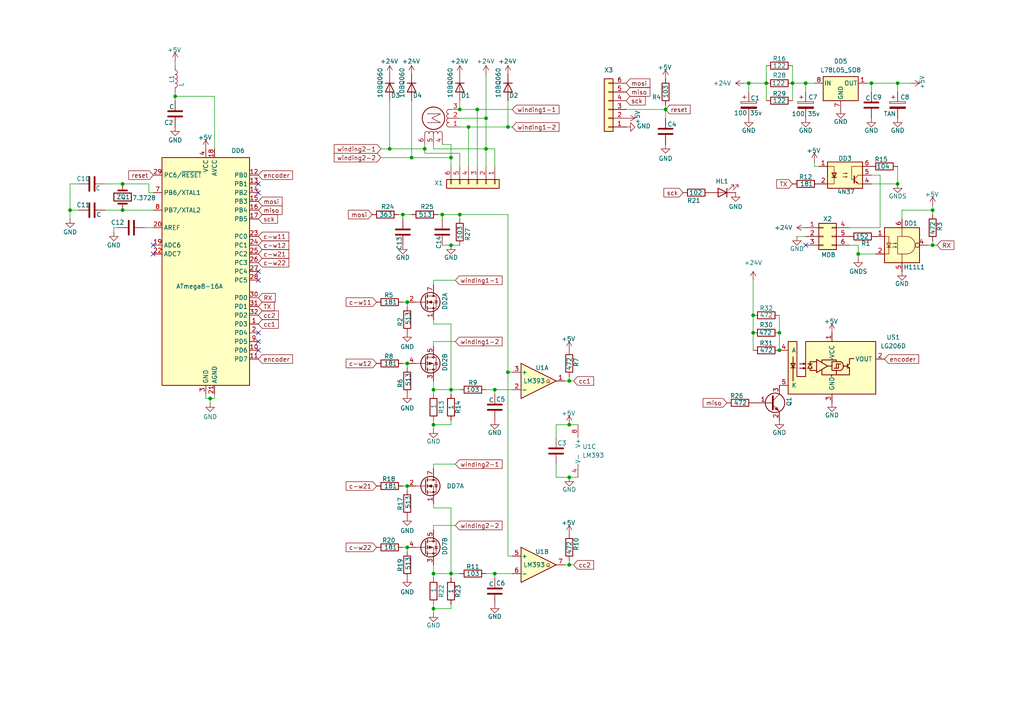
<source format=kicad_sch>
(kicad_sch (version 20231120) (generator "eeschema") (generator_version "8.0")
  (paper "A4")
  (lib_symbols
    (symbol "Comparator:LM393" (pin_names (offset 0.127))
      (property "Reference" "U" (at 3.81 3.81 0))
      (property "Value" "LM393" (at 6.35 -3.81 0))
      (symbol "LM393_1_1"
        (pin open_collector line (at 7.62 0 180) (length 2.54) (name "~") (number "1"))
        (pin input line (at -7.62 -2.54 0) (length 2.54) (name "-") (number "2"))
        (pin input line (at -7.62 2.54 0) (length 2.54) (name "+") (number "3"))
      )
      (symbol "LM393_2_1"
        (pin input line (at -7.62 2.54 0) (length 2.54) (name "+") (number "5"))
        (pin input line (at -7.62 -2.54 0) (length 2.54) (name "-") (number "6"))
        (pin open_collector line (at 7.62 0 180) (length 2.54) (name "~") (number "7"))
      )
      (symbol "LM393_3_1"
        (pin power_in line (at -2.54 -7.62 90) (length 3.81) (name "V-") (number "4"))
        (pin power_in line (at -2.54 7.62 270) (length 3.81) (name "V+") (number "8"))
      )
    )
    (symbol "Connector_Generic:Conn_01x06" (pin_names (offset 1.016) hide)
      (property "Reference" "J" (at 0 7.62 0))
      (property "Value" "Conn_01x06" (at 0 -10.16 0))
      (symbol "Conn_01x06_1_1"
        (pin passive line (at -5.08 5.08 0) (length 3.81) (name "Pin_1") (number "1"))
        (pin passive line (at -5.08 2.54 0) (length 3.81) (name "Pin_2") (number "2"))
        (pin passive line (at -5.08 0 0) (length 3.81) (name "Pin_3") (number "3"))
        (pin passive line (at -5.08 -2.54 0) (length 3.81) (name "Pin_4") (number "4"))
        (pin passive line (at -5.08 -5.08 0) (length 3.81) (name "Pin_5") (number "5"))
        (pin passive line (at -5.08 -7.62 0) (length 3.81) (name "Pin_6") (number "6"))
      )
    )
    (symbol "Connector_Generic:Conn_02x03_Top_Bottom" (pin_names (offset 1.016) hide)
      (property "Reference" "X2" (at 1.27 5.08 0))
      (property "Value" "MDB" (at 1.524 -5.334 0))
      (symbol "Conn_02x03_Top_Bottom_1_1"
        (pin power_out line (at -5.08 2.54 0) (length 3.81) (name "Pin_1") (number "1"))
        (pin power_out line (at -5.08 0 0) (length 3.81) (name "Pin_2") (number "2"))
        (pin passive line (at -5.08 -2.54 0) (length 3.81) (name "Pin_3") (number "3"))
        (pin passive line (at 7.62 2.54 180) (length 3.81) (name "Pin_4") (number "4"))
        (pin passive line (at 7.62 0 180) (length 3.81) (name "Pin_5") (number "5"))
        (pin power_out line (at 7.62 -2.54 180) (length 3.81) (name "Pin_6") (number "6"))
      )
    )
    (symbol "Device:C" (pin_numbers hide) (pin_names (offset 0.254))
      (property "Reference" "C" (at 0.635 2.54 0))
      (property "Value" "C" (at 0.635 -2.54 0))
      (symbol "C_1_1"
        (pin passive line (at 0 3.81 270) (length 2.794) (name "~") (number "1"))
        (pin passive line (at 0 -3.81 90) (length 2.794) (name "~") (number "2"))
      )
    )
    (symbol "Device:C_Polarized" (pin_numbers hide) (pin_names (offset 0.254))
      (property "Reference" "C" (at 0.635 2.54 0))
      (property "Value" "C_Polarized" (at 0.635 -2.54 0))
      (symbol "C_Polarized_1_1"
        (pin passive line (at 0 3.81 270) (length 2.794) (name "~") (number "1"))
        (pin passive line (at 0 -3.81 90) (length 2.794) (name "~") (number "2"))
      )
    )
    (symbol "Device:Crystal" (pin_numbers hide) (pin_names (offset 1.016) hide)
      (property "Reference" "Y" (at 0 3.81 0))
      (property "Value" "Crystal" (at 0 -3.81 0))
      (symbol "Crystal_1_1"
        (pin passive line (at -3.81 0 0) (length 1.27) (name "1") (number "1"))
        (pin passive line (at 3.81 0 180) (length 1.27) (name "2") (number "2"))
      )
    )
    (symbol "Device:D" (pin_numbers hide) (pin_names (offset 1.016) hide)
      (property "Reference" "D" (at 0 2.54 0))
      (property "Value" "D" (at 0 -2.54 0))
      (symbol "D_1_1"
        (pin passive line (at -3.81 0 0) (length 2.54) (name "K") (number "1"))
        (pin passive line (at 3.81 0 180) (length 2.54) (name "A") (number "2"))
      )
    )
    (symbol "Device:L" (pin_numbers hide) (pin_names (offset 1.016) hide)
      (property "Reference" "L" (at -1.27 0 90))
      (property "Value" "L" (at 1.905 0 90))
      (symbol "L_1_1"
        (pin passive line (at 0 3.81 270) (length 1.27) (name "1") (number "1"))
        (pin passive line (at 0 -3.81 90) (length 1.27) (name "2") (number "2"))
      )
    )
    (symbol "Device:LED" (pin_numbers hide) (pin_names (offset 1.016) hide)
      (property "Reference" "D" (at 0 2.54 0))
      (property "Value" "LED" (at 0 -2.54 0))
      (symbol "LED_1_1"
        (pin passive line (at -3.81 0 0) (length 2.54) (name "K") (number "1"))
        (pin passive line (at 3.81 0 180) (length 2.54) (name "A") (number "2"))
      )
    )
    (symbol "Device:Q_NPN_BEC" (pin_names (offset 0) hide)
      (property "Reference" "Q" (at 5.08 1.27 0))
      (property "Value" "Q_NPN_BEC" (at 5.08 -1.27 0))
      (symbol "Q_NPN_BEC_1_1"
        (pin input line (at -5.08 0 0) (length 5.715) (name "B") (number "1"))
        (pin passive line (at 2.54 -5.08 90) (length 2.54) (name "E") (number "2"))
        (pin passive line (at 2.54 5.08 270) (length 2.54) (name "C") (number "3"))
      )
    )
    (symbol "Device:R" (pin_numbers hide) (pin_names (offset 0))
      (property "Reference" "R" (at 2.032 0 90))
      (property "Value" "R" (at 0 0 90))
      (symbol "R_1_1"
        (pin passive line (at 0 3.81 270) (length 1.27) (name "~") (number "1"))
        (pin passive line (at 0 -3.81 90) (length 1.27) (name "~") (number "2"))
      )
    )
    (symbol "Isolator:4N37" (pin_names (offset 1.016))
      (property "Reference" "U" (at -5.08 5.08 0))
      (property "Value" "4N37" (at 0 5.08 0))
      (symbol "4N37_1_1"
        (pin passive line (at -7.62 2.54 0) (length 2.54) (name "~") (number "1"))
        (pin passive line (at -7.62 -2.54 0) (length 2.54) (name "~") (number "2"))
        (pin no_connect line (at -5.08 0 0) (length 2.54) hide (name "NC") (number "3"))
        (pin passive line (at 7.62 -2.54 180) (length 2.54) (name "~") (number "4"))
        (pin passive line (at 7.62 0 180) (length 2.54) (name "~") (number "5"))
        (pin passive line (at 7.62 2.54 180) (length 2.54) (name "~") (number "6"))
      )
    )
    (symbol "Isolator:H11L1" (pin_names (offset 1.016))
      (property "Reference" "U" (at 1.27 8.89 0))
      (property "Value" "H11L1" (at 1.27 6.35 0))
      (symbol "H11L1_1_1"
        (pin passive line (at -7.62 2.54 0) (length 2.54) (name "~") (number "1"))
        (pin passive line (at -7.62 -2.54 0) (length 2.54) (name "~") (number "2"))
        (pin no_connect line (at -5.08 0 0) (length 2.54) hide (name "~") (number "3"))
        (pin output inverted (at 7.62 0 180) (length 3.81) (name "~") (number "4"))
        (pin power_in line (at 0 -7.62 90) (length 2.54) (name "~") (number "5"))
        (pin power_in line (at 0 7.62 270) (length 2.54) (name "~") (number "6"))
      )
    )
    (symbol "MCU_Microchip_ATmega:ATmega8-16A"
      (property "Reference" "U" (at -12.7 34.29 0))
      (property "Value" "ATmega8-16A" (at 5.08 -34.29 0))
      (symbol "ATmega8-16A_1_1"
        (pin bidirectional line (at 15.24 -15.24 180) (length 2.54) (name "PD3") (number "1"))
        (pin bidirectional line (at 15.24 -22.86 180) (length 2.54) (name "PD6") (number "10"))
        (pin bidirectional line (at 15.24 -25.4 180) (length 2.54) (name "PD7") (number "11"))
        (pin bidirectional line (at 15.24 27.94 180) (length 2.54) (name "PB0") (number "12"))
        (pin bidirectional line (at 15.24 25.4 180) (length 2.54) (name "PB1") (number "13"))
        (pin bidirectional line (at 15.24 22.86 180) (length 2.54) (name "PB2") (number "14"))
        (pin bidirectional line (at 15.24 20.32 180) (length 2.54) (name "PB3") (number "15"))
        (pin bidirectional line (at 15.24 17.78 180) (length 2.54) (name "PB4") (number "16"))
        (pin bidirectional line (at 15.24 15.24 180) (length 2.54) (name "PB5") (number "17"))
        (pin power_in line (at 2.54 35.56 270) (length 2.54) (name "AVCC") (number "18"))
        (pin input line (at -15.24 7.62 0) (length 2.54) (name "ADC6") (number "19"))
        (pin bidirectional line (at 15.24 -17.78 180) (length 2.54) (name "PD4") (number "2"))
        (pin passive line (at -15.24 12.7 0) (length 2.54) (name "AREF") (number "20"))
        (pin power_in line (at 2.54 -35.56 90) (length 2.54) (name "AGND") (number "21"))
        (pin input line (at -15.24 5.08 0) (length 2.54) (name "ADC7") (number "22"))
        (pin bidirectional line (at 15.24 10.16 180) (length 2.54) (name "PC0") (number "23"))
        (pin bidirectional line (at 15.24 7.62 180) (length 2.54) (name "PC1") (number "24"))
        (pin bidirectional line (at 15.24 5.08 180) (length 2.54) (name "PC2") (number "25"))
        (pin bidirectional line (at 15.24 2.54 180) (length 2.54) (name "PC3") (number "26"))
        (pin bidirectional line (at 15.24 0 180) (length 2.54) (name "PC4") (number "27"))
        (pin bidirectional line (at 15.24 -2.54 180) (length 2.54) (name "PC5") (number "28"))
        (pin bidirectional line (at -15.24 27.94 0) (length 2.54) (name "PC6/~{RESET}") (number "29"))
        (pin power_in line (at 0 -35.56 90) (length 2.54) (name "GND") (number "3"))
        (pin bidirectional line (at 15.24 -7.62 180) (length 2.54) (name "PD0") (number "30"))
        (pin bidirectional line (at 15.24 -10.16 180) (length 2.54) (name "PD1") (number "31"))
        (pin bidirectional line (at 15.24 -12.7 180) (length 2.54) (name "PD2") (number "32"))
        (pin power_in line (at 0 35.56 270) (length 2.54) (name "VCC") (number "4"))
        (pin passive line (at 0 -35.56 90) (length 2.54) hide (name "GND") (number "5"))
        (pin passive line (at 0 35.56 270) (length 2.54) hide (name "VCC") (number "6"))
        (pin bidirectional line (at -15.24 22.86 0) (length 2.54) (name "PB6/XTAL1") (number "7"))
        (pin bidirectional line (at -15.24 17.78 0) (length 2.54) (name "PB7/XTAL2") (number "8"))
        (pin bidirectional line (at 15.24 -20.32 180) (length 2.54) (name "PD5") (number "9"))
      )
    )
    (symbol "Motor:Stepper_Motor_unipolar_6pin" (pin_names (offset 0) hide)
      (property "Reference" "M" (at 3.81 2.54 0))
      (property "Value" "Stepper_Motor_unipolar_6pin" (at 3.81 1.27 0))
      (symbol "Stepper_Motor_unipolar_6pin_1_1"
        (pin passive line (at -2.54 7.62 270) (length 2.54) (name "~") (number "1"))
        (pin passive line (at 0 7.62 270) (length 2.54) (name "~") (number "2"))
        (pin passive line (at 2.54 7.62 270) (length 2.54) (name "-") (number "3"))
        (pin passive line (at -7.62 2.54 0) (length 2.54) (name "~") (number "4"))
        (pin passive line (at -7.62 0 0) (length 2.54) (name "~") (number "5"))
        (pin passive line (at -7.62 -2.54 0) (length 2.54) (name "~") (number "6"))
      )
    )
    (symbol "Regulator_Linear:L78L05_SO8" (pin_names (offset 0.254))
      (property "Reference" "U" (at -3.81 3.175 0))
      (property "Value" "L78L05_SO8" (at 0 3.175 0))
      (symbol "L78L05_SO8_1_1"
        (pin power_out line (at 7.62 0 180) (length 2.54) (name "OUT") (number "1"))
        (pin passive line (at 0 -7.62 90) (length 2.54) hide (name "GND") (number "2"))
        (pin passive line (at 0 -7.62 90) (length 2.54) hide (name "GND") (number "3"))
        (pin no_connect line (at -5.08 -2.54 0) (length 2.54) hide (name "NC") (number "4"))
        (pin no_connect line (at 5.08 -2.54 180) (length 2.54) hide (name "NC") (number "5"))
        (pin passive line (at 0 -7.62 90) (length 2.54) hide (name "GND") (number "6"))
        (pin power_in line (at 0 -7.62 90) (length 2.54) (name "GND") (number "7"))
        (pin power_in line (at -7.62 0 0) (length 2.54) (name "IN") (number "8"))
      )
    )
    (symbol "Sensor_Proximity:LG206D" (pin_names (offset 1.016))
      (property "Reference" "U" (at -11.43 8.89 0))
      (property "Value" "LG206D" (at 3.556 8.89 0))
      (symbol "LG206D_1_1"
        (pin power_in line (at 0 10.16 270) (length 2.54) (name "VCC") (number "1"))
        (pin open_collector line (at 15.24 2.54 180) (length 2.54) (name "VOUT") (number "2"))
        (pin power_in line (at 0 -10.16 90) (length 2.54) (name "GND") (number "3"))
        (pin passive line (at -15.24 5.08 0) (length 2.54) (name "A") (number "4"))
        (pin passive line (at -15.24 -5.08 0) (length 2.54) (name "K") (number "5"))
      )
    )
    (symbol "Transistor_FET:IRF7343PBF" (pin_names hide)
      (property "Reference" "Q" (at 5.08 1.905 0))
      (property "Value" "IRF7343PBF" (at 5.08 0 0))
      (symbol "IRF7343PBF_1_1"
        (pin passive line (at 2.54 -5.08 90) (length 2.54) (name "S") (number "1"))
        (pin input line (at -5.08 0 0) (length 2.54) (name "G") (number "2"))
        (pin passive line (at 2.54 5.08 270) (length 2.54) (name "D") (number "7"))
        (pin passive line (at 2.54 5.08 270) (length 2.54) hide (name "D") (number "8"))
      )
      (symbol "IRF7343PBF_2_1"
        (pin passive line (at 2.54 -5.08 90) (length 2.54) (name "1") (number "3"))
        (pin input line (at -5.08 0 0) (length 2.54) (name "G") (number "4"))
        (pin passive line (at 2.54 5.08 270) (length 2.54) (name "D") (number "5"))
        (pin passive line (at 2.54 5.08 270) (length 2.54) hide (name "D") (number "6"))
      )
    )
    (symbol "power:+24V" (power) (pin_numbers hide) (pin_names (offset 0) hide)
      (property "Value" "+24V" (at 0 3.556 0))
      (symbol "+24V_1_1"
        (pin power_in line (at 0 0 90) (length 0) (name "~") (number "1"))
      )
    )
    (symbol "power:GND" (power) (pin_numbers hide) (pin_names (offset 0) hide)
      (property "Value" "GND" (at 0 -3.81 0))
      (symbol "GND_1_1"
        (pin power_in line (at 0 0 270) (length 0) (name "~") (number "1"))
      )
    )
    (symbol "power:GNDS" (power) (pin_numbers hide) (pin_names (offset 0) hide)
      (property "Value" "GNDS" (at 0 -3.81 0))
      (symbol "GNDS_1_1"
        (pin power_in line (at 0 0 270) (length 0) (name "~") (number "1"))
      )
    )
    (symbol "power:VCC" (power) (pin_numbers hide) (pin_names (offset 0) hide)
      (property "Value" "VCC" (at 0 3.556 0))
      (symbol "VCC_1_1"
        (pin power_in line (at 0 0 90) (length 0) (name "~") (number "1"))
      )
    )
  )
  (junction (at 118.11 140.97))
  (junction (at 193.04 31.75))
  (junction (at 20.32 60.96))
  (junction (at 138.43 31.75))
  (junction (at 248.92 73.66))
  (junction (at 119.38 45.72))
  (junction (at 270.51 71.12))
  (junction (at 252.73 24.13))
  (junction (at 130.81 71.12))
  (junction (at 140.97 34.29))
  (junction (at 143.51 113.03))
  (junction (at 143.51 166.37))
  (junction (at 123.19 43.18))
  (junction (at 125.73 123.19))
  (junction (at 118.11 158.75))
  (junction (at 165.1 138.43))
  (junction (at 113.03 43.18))
  (junction (at 233.68 24.13))
  (junction (at 128.27 62.23))
  (junction (at 133.35 31.75))
  (junction (at 140.97 43.18))
  (junction (at 125.73 113.03))
  (junction (at 50.8 27.94))
  (junction (at 135.89 36.83))
  (junction (at 147.32 107.95))
  (junction (at 226.06 96.52))
  (junction (at 133.35 62.23))
  (junction (at 147.32 36.83))
  (junction (at 218.44 91.44))
  (junction (at 35.56 53.34))
  (junction (at 165.1 110.49))
  (junction (at 125.73 176.53))
  (junction (at 125.73 166.37))
  (junction (at 116.84 62.23))
  (junction (at 165.1 123.19))
  (junction (at 35.56 60.96))
  (junction (at 260.35 53.34))
  (junction (at 229.87 24.13))
  (junction (at 118.11 105.41))
  (junction (at 226.06 101.6))
  (junction (at 130.81 113.03))
  (junction (at 270.51 60.96))
  (junction (at 165.1 163.83))
  (junction (at 222.25 24.13))
  (junction (at 217.17 24.13))
  (junction (at 118.11 87.63))
  (junction (at 60.96 115.57))
  (junction (at 130.81 45.72))
  (junction (at 130.81 166.37))
  (junction (at 218.44 96.52))
  (junction (at 260.35 24.13))
  (no_connect (at 74.93 101.6))
  (no_connect (at 74.93 55.88))
  (no_connect (at 74.93 96.52))
  (no_connect (at 74.93 53.34))
  (no_connect (at 74.93 99.06))
  (no_connect (at 44.45 73.66))
  (no_connect (at 44.45 71.12))
  (no_connect (at 74.93 78.74))
  (no_connect (at 233.68 71.12))
  (no_connect (at 74.93 81.28))
  (wire (pts (xy 246.38 66.04) (xy 255.27 66.04)))
  (wire (pts (xy 261.62 60.96) (xy 261.62 63.5)))
  (wire (pts (xy 130.81 176.53) (xy 125.73 176.53)))
  (wire (pts (xy 43.18 53.34) (xy 35.56 53.34)))
  (wire (pts (xy 226.06 91.44) (xy 226.06 96.52)))
  (wire (pts (xy 222.25 24.13) (xy 222.25 29.21)))
  (wire (pts (xy 123.19 43.18) (xy 123.19 44.45)))
  (wire (pts (xy 260.35 48.26) (xy 260.35 53.34)))
  (wire (pts (xy 133.35 36.83) (xy 135.89 36.83)))
  (wire (pts (xy 130.81 167.64) (xy 130.81 166.37)))
  (wire (pts (xy 130.81 123.19) (xy 125.73 123.19)))
  (wire (pts (xy 138.43 31.75) (xy 138.43 48.26)))
  (wire (pts (xy 123.19 41.91) (xy 123.19 43.18)))
  (wire (pts (xy 132.08 81.28) (xy 125.73 81.28)))
  (wire (pts (xy 130.81 147.32) (xy 130.81 166.37)))
  (wire (pts (xy 60.96 115.57) (xy 60.96 116.84)))
  (wire (pts (xy 44.45 55.88) (xy 43.18 55.88)))
  (wire (pts (xy 132.08 134.62) (xy 125.73 134.62)))
  (wire (pts (xy 165.1 163.83) (xy 163.83 163.83)))
  (wire (pts (xy 130.81 114.3) (xy 130.81 113.03)))
  (wire (pts (xy 132.08 152.4) (xy 125.73 152.4)))
  (wire (pts (xy 143.51 43.18) (xy 140.97 43.18)))
  (wire (pts (xy 161.29 134.62) (xy 161.29 138.43)))
  (wire (pts (xy 33.02 66.04) (xy 33.02 67.31)))
  (wire (pts (xy 125.73 43.18) (xy 140.97 43.18)))
  (wire (pts (xy 246.38 71.12) (xy 248.92 71.12)))
  (wire (pts (xy 116.84 87.63) (xy 118.11 87.63)))
  (wire (pts (xy 20.32 60.96) (xy 20.32 63.5)))
  (wire (pts (xy 270.51 59.69) (xy 270.51 60.96)))
  (wire (pts (xy 135.89 36.83) (xy 147.32 36.83)))
  (wire (pts (xy 50.8 26.67) (xy 50.8 27.94)))
  (wire (pts (xy 252.73 24.13) (xy 260.35 24.13)))
  (wire (pts (xy 41.91 66.04) (xy 44.45 66.04)))
  (wire (pts (xy 125.73 113.03) (xy 125.73 114.3)))
  (wire (pts (xy 255.27 50.8) (xy 255.27 66.04)))
  (wire (pts (xy 166.37 163.83) (xy 165.1 163.83)))
  (wire (pts (xy 125.73 121.92) (xy 125.73 123.19)))
  (wire (pts (xy 130.81 166.37) (xy 133.35 166.37)))
  (wire (pts (xy 116.84 158.75) (xy 118.11 158.75)))
  (wire (pts (xy 130.81 175.26) (xy 130.81 176.53)))
  (wire (pts (xy 140.97 166.37) (xy 143.51 166.37)))
  (wire (pts (xy 125.73 81.28) (xy 125.73 82.55)))
  (wire (pts (xy 133.35 71.12) (xy 130.81 71.12)))
  (wire (pts (xy 264.16 24.13) (xy 260.35 24.13)))
  (wire (pts (xy 130.81 71.12) (xy 128.27 71.12)))
  (wire (pts (xy 125.73 152.4) (xy 125.73 153.67)))
  (wire (pts (xy 270.51 62.23) (xy 270.51 60.96)))
  (wire (pts (xy 115.57 62.23) (xy 116.84 62.23)))
  (wire (pts (xy 143.51 43.18) (xy 143.51 48.26)))
  (wire (pts (xy 229.87 29.21) (xy 229.87 24.13)))
  (wire (pts (xy 110.49 43.18) (xy 113.03 43.18)))
  (wire (pts (xy 125.73 93.98) (xy 130.81 93.98)))
  (wire (pts (xy 143.51 166.37) (xy 143.51 167.64)))
  (wire (pts (xy 165.1 123.19) (xy 167.64 123.19)))
  (wire (pts (xy 62.23 115.57) (xy 60.96 115.57)))
  (wire (pts (xy 233.68 24.13) (xy 233.68 26.67)))
  (wire (pts (xy 229.87 19.05) (xy 229.87 24.13)))
  (wire (pts (xy 113.03 29.21) (xy 113.03 43.18)))
  (wire (pts (xy 133.35 44.45) (xy 123.19 44.45)))
  (wire (pts (xy 119.38 45.72) (xy 130.81 45.72)))
  (wire (pts (xy 226.06 101.6) (xy 226.06 96.52)))
  (wire (pts (xy 251.46 24.13) (xy 252.73 24.13)))
  (wire (pts (xy 130.81 121.92) (xy 130.81 123.19)))
  (wire (pts (xy 237.49 48.26) (xy 236.22 48.26)))
  (wire (pts (xy 125.73 113.03) (xy 130.81 113.03)))
  (wire (pts (xy 161.29 127) (xy 161.29 123.19)))
  (wire (pts (xy 165.1 138.43) (xy 167.64 138.43)))
  (wire (pts (xy 132.08 99.06) (xy 125.73 99.06)))
  (wire (pts (xy 43.18 55.88) (xy 43.18 53.34)))
  (wire (pts (xy 125.73 110.49) (xy 125.73 113.03)))
  (wire (pts (xy 140.97 43.18) (xy 140.97 48.26)))
  (wire (pts (xy 130.81 45.72) (xy 130.81 48.26)))
  (wire (pts (xy 218.44 96.52) (xy 218.44 101.6)))
  (wire (pts (xy 248.92 71.12) (xy 248.92 73.66)))
  (wire (pts (xy 165.1 162.56) (xy 165.1 163.83)))
  (wire (pts (xy 133.35 63.5) (xy 133.35 62.23)))
  (wire (pts (xy 140.97 34.29) (xy 140.97 43.18)))
  (wire (pts (xy 125.73 123.19) (xy 125.73 124.46)))
  (wire (pts (xy 125.73 166.37) (xy 130.81 166.37)))
  (wire (pts (xy 229.87 24.13) (xy 233.68 24.13)))
  (wire (pts (xy 128.27 41.91) (xy 130.81 41.91)))
  (wire (pts (xy 147.32 62.23) (xy 147.32 107.95)))
  (wire (pts (xy 125.73 92.71) (xy 125.73 93.98)))
  (wire (pts (xy 252.73 26.67) (xy 252.73 24.13)))
  (wire (pts (xy 165.1 110.49) (xy 163.83 110.49)))
  (wire (pts (xy 130.81 113.03) (xy 133.35 113.03)))
  (wire (pts (xy 133.35 34.29) (xy 140.97 34.29)))
  (wire (pts (xy 116.84 62.23) (xy 116.84 63.5)))
  (wire (pts (xy 181.61 31.75) (xy 193.04 31.75)))
  (wire (pts (xy 125.73 146.05) (xy 125.73 147.32)))
  (wire (pts (xy 128.27 62.23) (xy 133.35 62.23)))
  (wire (pts (xy 35.56 60.96) (xy 44.45 60.96)))
  (wire (pts (xy 35.56 53.34) (xy 30.48 53.34)))
  (wire (pts (xy 135.89 36.83) (xy 135.89 48.26)))
  (wire (pts (xy 130.81 93.98) (xy 130.81 113.03)))
  (wire (pts (xy 138.43 31.75) (xy 133.35 31.75)))
  (wire (pts (xy 248.92 73.66) (xy 248.92 74.93)))
  (wire (pts (xy 125.73 41.91) (xy 125.73 43.18)))
  (wire (pts (xy 217.17 24.13) (xy 222.25 24.13)))
  (wire (pts (xy 140.97 113.03) (xy 143.51 113.03)))
  (wire (pts (xy 125.73 166.37) (xy 125.73 167.64)))
  (wire (pts (xy 215.9 24.13) (xy 217.17 24.13)))
  (wire (pts (xy 270.51 69.85) (xy 270.51 71.12)))
  (wire (pts (xy 270.51 60.96) (xy 261.62 60.96)))
  (wire (pts (xy 133.35 48.26) (xy 133.35 44.45)))
  (wire (pts (xy 143.51 113.03) (xy 148.59 113.03)))
  (wire (pts (xy 161.29 138.43) (xy 165.1 138.43)))
  (wire (pts (xy 62.23 114.3) (xy 62.23 115.57)))
  (wire (pts (xy 127 62.23) (xy 128.27 62.23)))
  (wire (pts (xy 222.25 19.05) (xy 222.25 24.13)))
  (wire (pts (xy 133.35 29.21) (xy 133.35 31.75)))
  (wire (pts (xy 125.73 175.26) (xy 125.73 176.53)))
  (wire (pts (xy 138.43 31.75) (xy 148.59 31.75)))
  (wire (pts (xy 252.73 50.8) (xy 255.27 50.8)))
  (wire (pts (xy 59.69 114.3) (xy 59.69 115.57)))
  (wire (pts (xy 147.32 29.21) (xy 147.32 36.83)))
  (wire (pts (xy 125.73 163.83) (xy 125.73 166.37)))
  (wire (pts (xy 165.1 109.22) (xy 165.1 110.49)))
  (wire (pts (xy 116.84 105.41) (xy 118.11 105.41)))
  (wire (pts (xy 270.51 71.12) (xy 271.78 71.12)))
  (wire (pts (xy 233.68 24.13) (xy 236.22 24.13)))
  (wire (pts (xy 147.32 161.29) (xy 148.59 161.29)))
  (wire (pts (xy 125.73 176.53) (xy 125.73 177.8)))
  (wire (pts (xy 148.59 107.95) (xy 147.32 107.95)))
  (wire (pts (xy 147.32 36.83) (xy 148.59 36.83)))
  (wire (pts (xy 50.8 19.05) (xy 50.8 17.78)))
  (wire (pts (xy 22.86 60.96) (xy 20.32 60.96)))
  (wire (pts (xy 59.69 115.57) (xy 60.96 115.57)))
  (wire (pts (xy 22.86 53.34) (xy 20.32 53.34)))
  (wire (pts (xy 119.38 29.21) (xy 119.38 45.72)))
  (wire (pts (xy 113.03 43.18) (xy 123.19 43.18)))
  (wire (pts (xy 34.29 66.04) (xy 33.02 66.04)))
  (wire (pts (xy 161.29 123.19) (xy 165.1 123.19)))
  (wire (pts (xy 193.04 31.75) (xy 193.04 34.29)))
  (wire (pts (xy 236.22 48.26) (xy 236.22 46.99)))
  (wire (pts (xy 118.11 105.41) (xy 118.11 106.68)))
  (wire (pts (xy 140.97 21.59) (xy 140.97 34.29)))
  (wire (pts (xy 50.8 27.94) (xy 50.8 29.21)))
  (wire (pts (xy 119.38 62.23) (xy 116.84 62.23)))
  (wire (pts (xy 166.37 110.49) (xy 165.1 110.49)))
  (wire (pts (xy 20.32 53.34) (xy 20.32 60.96)))
  (wire (pts (xy 252.73 53.34) (xy 260.35 53.34)))
  (wire (pts (xy 133.35 62.23) (xy 147.32 62.23)))
  (wire (pts (xy 248.92 73.66) (xy 254 73.66)))
  (wire (pts (xy 110.49 45.72) (xy 119.38 45.72)))
  (wire (pts (xy 30.48 60.96) (xy 35.56 60.96)))
  (wire (pts (xy 143.51 113.03) (xy 143.51 114.3)))
  (wire (pts (xy 128.27 63.5) (xy 128.27 62.23)))
  (wire (pts (xy 125.73 147.32) (xy 130.81 147.32)))
  (wire (pts (xy 269.24 71.12) (xy 270.51 71.12)))
  (wire (pts (xy 218.44 81.28) (xy 218.44 91.44)))
  (wire (pts (xy 193.04 30.48) (xy 193.04 31.75)))
  (wire (pts (xy 130.81 41.91) (xy 130.81 45.72)))
  (wire (pts (xy 62.23 27.94) (xy 50.8 27.94)))
  (wire (pts (xy 118.11 87.63) (xy 118.11 88.9)))
  (wire (pts (xy 118.11 140.97) (xy 118.11 142.24)))
  (wire (pts (xy 147.32 107.95) (xy 147.32 161.29)))
  (wire (pts (xy 231.14 68.58) (xy 233.68 68.58)))
  (wire (pts (xy 118.11 158.75) (xy 118.11 160.02)))
  (wire (pts (xy 218.44 91.44) (xy 218.44 96.52)))
  (wire (pts (xy 125.73 134.62) (xy 125.73 135.89)))
  (wire (pts (xy 217.17 24.13) (xy 217.17 26.67)))
  (wire (pts (xy 143.51 166.37) (xy 148.59 166.37)))
  (wire (pts (xy 260.35 26.67) (xy 260.35 24.13)))
  (wire (pts (xy 116.84 140.97) (xy 118.11 140.97)))
  (wire (pts (xy 62.23 43.18) (xy 62.23 27.94)))
  (wire (pts (xy 125.73 99.06) (xy 125.73 100.33)))
  (global_label "cc2" (shape input) (at 166.37 163.83 0) (property "Intersheetrefs" "${INTERSHEET_REFS}" (effects (hide yes))))
  (global_label "sck" (shape input) (at 181.61 29.21 0) (property "Intersheetrefs" "${INTERSHEET_REFS}" (effects (hide yes))))
  (global_label "miso" (shape input) (at 74.93 60.96 0) (property "Intersheetrefs" "${INTERSHEET_REFS}" (effects (hide yes))))
  (global_label "c-w21" (shape input) (at 109.22 140.97 180) (property "Intersheetrefs" "${INTERSHEET_REFS}" (effects (hide yes))))
  (global_label "mosi" (shape input) (at 107.95 62.23 180) (property "Intersheetrefs" "${INTERSHEET_REFS}" (effects (hide yes))))
  (global_label "c-w11" (shape input) (at 74.93 68.58 0) (property "Intersheetrefs" "${INTERSHEET_REFS}" (effects (hide yes))))
  (global_label "mosi" (shape input) (at 181.61 24.13 0) (property "Intersheetrefs" "${INTERSHEET_REFS}" (effects (hide yes))))
  (global_label "cc1" (shape input) (at 166.37 110.49 0) (property "Intersheetrefs" "${INTERSHEET_REFS}" (effects (hide yes))))
  (global_label "winding1-2" (shape input) (at 132.08 99.06 0) (property "Intersheetrefs" "${INTERSHEET_REFS}" (effects (hide yes))))
  (global_label "c-w12" (shape input) (at 74.93 71.12 0) (property "Intersheetrefs" "${INTERSHEET_REFS}" (effects (hide yes))))
  (global_label "reset" (shape input) (at 44.45 50.8 180) (property "Intersheetrefs" "${INTERSHEET_REFS}" (effects (hide yes))))
  (global_label "sck" (shape input) (at 198.12 55.88 180) (property "Intersheetrefs" "${INTERSHEET_REFS}" (effects (hide yes))))
  (global_label "c-w21" (shape input) (at 74.93 73.66 0) (property "Intersheetrefs" "${INTERSHEET_REFS}" (effects (hide yes))))
  (global_label "cc1" (shape input) (at 74.93 93.98 0) (property "Intersheetrefs" "${INTERSHEET_REFS}" (effects (hide yes))))
  (global_label "c-w12" (shape input) (at 109.22 105.41 180) (property "Intersheetrefs" "${INTERSHEET_REFS}" (effects (hide yes))))
  (global_label "winding1-2" (shape input) (at 148.59 36.83 0) (property "Intersheetrefs" "${INTERSHEET_REFS}" (effects (hide yes))))
  (global_label "RX" (shape input) (at 271.78 71.12 0) (property "Intersheetrefs" "${INTERSHEET_REFS}" (effects (hide yes))))
  (global_label "encoder" (shape input) (at 74.93 50.8 0) (property "Intersheetrefs" "${INTERSHEET_REFS}" (effects (hide yes))))
  (global_label "cc2" (shape input) (at 74.93 91.44 0) (property "Intersheetrefs" "${INTERSHEET_REFS}" (effects (hide yes))))
  (global_label "c-w22" (shape input) (at 74.93 76.2 0) (property "Intersheetrefs" "${INTERSHEET_REFS}" (effects (hide yes))))
  (global_label "encoder" (shape input) (at 74.93 104.14 0) (property "Intersheetrefs" "${INTERSHEET_REFS}" (effects (hide yes))))
  (global_label "miso" (shape input) (at 210.82 116.84 180) (property "Intersheetrefs" "${INTERSHEET_REFS}" (effects (hide yes))))
  (global_label "winding2-2" (shape input) (at 110.49 45.72 180) (property "Intersheetrefs" "${INTERSHEET_REFS}" (effects (hide yes))))
  (global_label "c-w22" (shape input) (at 109.22 158.75 180) (property "Intersheetrefs" "${INTERSHEET_REFS}" (effects (hide yes))))
  (global_label "c-w11" (shape input) (at 109.22 87.63 180) (property "Intersheetrefs" "${INTERSHEET_REFS}" (effects (hide yes))))
  (global_label "mosi" (shape input) (at 74.93 58.42 0) (property "Intersheetrefs" "${INTERSHEET_REFS}" (effects (hide yes))))
  (global_label "TX" (shape input) (at 74.93 88.9 0) (property "Intersheetrefs" "${INTERSHEET_REFS}" (effects (hide yes))))
  (global_label "sck" (shape input) (at 74.93 63.5 0) (property "Intersheetrefs" "${INTERSHEET_REFS}" (effects (hide yes))))
  (global_label "winding2-1" (shape input) (at 132.08 134.62 0) (property "Intersheetrefs" "${INTERSHEET_REFS}" (effects (hide yes))))
  (global_label "winding1-1" (shape input) (at 148.59 31.75 0) (property "Intersheetrefs" "${INTERSHEET_REFS}" (effects (hide yes))))
  (global_label "miso" (shape input) (at 181.61 26.67 0) (property "Intersheetrefs" "${INTERSHEET_REFS}" (effects (hide yes))))
  (global_label "RX" (shape input) (at 74.93 86.36 0) (property "Intersheetrefs" "${INTERSHEET_REFS}" (effects (hide yes))))
  (global_label "winding2-2" (shape input) (at 132.08 152.4 0) (property "Intersheetrefs" "${INTERSHEET_REFS}" (effects (hide yes))))
  (global_label "encoder" (shape input) (at 256.54 104.14 0) (property "Intersheetrefs" "${INTERSHEET_REFS}" (effects (hide yes))))
  (global_label "winding2-1" (shape input) (at 110.49 43.18 180) (property "Intersheetrefs" "${INTERSHEET_REFS}" (effects (hide yes))))
  (global_label "TX" (shape input) (at 229.87 53.34 180) (property "Intersheetrefs" "${INTERSHEET_REFS}" (effects (hide yes))))
  (global_label "winding1-1" (shape input) (at 132.08 81.28 0) (property "Intersheetrefs" "${INTERSHEET_REFS}" (effects (hide yes))))
  (global_label "reset" (shape input) (at 193.04 31.75 0) (property "Intersheetrefs" "${INTERSHEET_REFS}" (effects (hide yes))))
  (symbol (lib_id "power:VCC") (at 165.1 123.19 0) (unit 1)
    (property "Reference" "#PWR01" (effects (hide yes)))
    (property "Value" "+5V" (at 164.846 119.888 0))
    (property "Description" "Power symbol creates a global label with name \"VCC\"" (effects (hide yes)))
  )
  (symbol (lib_id "Device:LED") (at 209.55 55.88 180) (unit 1)
    (property "Reference" "HL1" (at 207.518 52.578 0) (effects (justify right)))
    (property "Value" "LED" (effects (hide yes)))
    (property "Footprint" "LED_THT:LED_D3.0mm" (effects (hide yes)))
    (property "Description" "Light emitting diode" (effects (hide yes)))
  )
  (symbol (lib_id "Device:C") (at 193.04 38.1 0) (unit 1)
    (property "Reference" "C4" (at 193.548 36.068 0) (effects (justify left)))
    (property "Value" "C" (effects (hide yes)))
    (property "Footprint" "Capacitor_SMD:C_0805_2012Metric" (effects (hide yes)))
    (property "Description" "Unpolarized capacitor" (effects (hide yes)))
  )
  (symbol (lib_id "Device:R") (at 165.1 158.75 0) (unit 1)
    (property "Reference" "R10" (at 167.132 159.766 90) (effects (justify left)))
    (property "Value" "472" (at 165.1 160.782 90) (effects (justify left)))
    (property "Footprint" "Resistor_SMD:R_0805_2012Metric_Pad1.20x1.40mm_HandSolder" (effects (hide yes)))
    (property "Description" "Resistor" (effects (hide yes)))
  )
  (symbol (lib_id "Device:C") (at 26.67 53.34 90) (unit 1)
    (property "Reference" "C10" (at 24.13 51.816 90))
    (property "Value" "C" (at 28.448 54.61 90))
    (property "Footprint" "Capacitor_SMD:C_0805_2012Metric" (effects (hide yes)))
    (property "Description" "Unpolarized capacitor" (effects (hide yes)))
  )
  (symbol (lib_id "Transistor_FET:IRF7343PBF") (at 123.19 158.75 0) (unit 2)
    (property "Reference" "DD7" (at 129.032 161.036 90) (effects (justify left)))
    (property "Value" "F7341" (effects (hide yes)))
    (property "Footprint" "Package_SO:SOIC-8_3.9x4.9mm_P1.27mm" (effects (hide yes)))
    (property "Datasheet" "https://www.infineon.com/dgdl/irf7343pbf.pdf?fileId=5546d462533600a4015355f68c1a1b73" (effects (hide yes)))
    (property "Description" "4A Id, 55V Vds, Dual HEXFET N- and P-channel MOSFET, SO-8" (effects (hide yes)))
  )
  (symbol (lib_id "Device:R") (at 137.16 113.03 90) (unit 1)
    (property "Reference" "R9" (at 137.16 110.998 90))
    (property "Value" "103" (at 137.16 113.03 90))
    (property "Footprint" "Resistor_SMD:R_0805_2012Metric_Pad1.20x1.40mm_HandSolder" (effects (hide yes)))
    (property "Description" "Resistor" (effects (hide yes)))
  )
  (symbol (lib_id "Device:R") (at 118.11 146.05 0) (unit 1)
    (property "Reference" "R17" (at 116.078 148.082 90) (effects (justify left)))
    (property "Value" "513" (at 118.364 147.574 90) (effects (justify left)))
    (property "Footprint" "Resistor_SMD:R_0805_2012Metric_Pad1.20x1.40mm_HandSolder" (effects (hide yes)))
    (property "Description" "Resistor" (effects (hide yes)))
  )
  (symbol (lib_id "Transistor_FET:IRF7343PBF") (at 123.19 105.41 0) (unit 2)
    (property "Reference" "DD2" (at 129.032 107.696 90) (effects (justify left)))
    (property "Value" "F7341" (effects (hide yes)))
    (property "Footprint" "Package_SO:SOIC-8_3.9x4.9mm_P1.27mm" (effects (hide yes)))
    (property "Datasheet" "https://www.infineon.com/dgdl/irf7343pbf.pdf?fileId=5546d462533600a4015355f68c1a1b73" (effects (hide yes)))
    (property "Description" "4A Id, 55V Vds, Dual HEXFET N- and P-channel MOSFET, SO-8" (effects (hide yes)))
  )
  (symbol (lib_id "Device:R") (at 222.25 101.6 90) (unit 1)
    (property "Reference" "R31" (at 222.25 99.568 90))
    (property "Value" "472" (at 222.25 101.6 90))
    (property "Footprint" "Resistor_SMD:R_0805_2012Metric_Pad1.20x1.40mm_HandSolder" (effects (hide yes)))
    (property "Description" "Resistor" (effects (hide yes)))
  )
  (symbol (lib_id "power:VCC") (at 50.8 17.78 0) (unit 1)
    (property "Reference" "#PWR09" (effects (hide yes)))
    (property "Value" "+5V" (at 50.546 14.478 0))
    (property "Description" "Power symbol creates a global label with name \"VCC\"" (effects (hide yes)))
  )
  (symbol (lib_id "Device:R") (at 214.63 116.84 90) (unit 1)
    (property "Reference" "R26" (at 215.646 114.808 90) (effects (justify left)))
    (property "Value" "472" (at 216.662 116.84 90) (effects (justify left)))
    (property "Footprint" "Resistor_SMD:R_0805_2012Metric_Pad1.20x1.40mm_HandSolder" (effects (hide yes)))
    (property "Description" "Resistor" (effects (hide yes)))
  )
  (symbol (lib_id "Connector_Generic:Conn_01x06") (at 138.43 53.34 270) (unit 1)
    (property "Reference" "X1" (at 127.254 53.086 90))
    (property "Value" "Conn_01x06" (effects (hide yes)))
    (property "Footprint" "Connector_JST:JST_PH_B6B-PH-K_1x06_P2.00mm_Vertical" (effects (hide yes)))
    (property "Description" "Generic connector, single row, 01x06, script generated (kicad-library-utils/schlib/autogen/connector/)" (effects (hide yes)))
  )
  (symbol (lib_id "Device:R") (at 113.03 105.41 90) (unit 1)
    (property "Reference" "R8" (at 112.776 103.378 90))
    (property "Value" "181" (at 113.284 105.41 90))
    (property "Footprint" "Resistor_SMD:R_0805_2012Metric_Pad1.20x1.40mm_HandSolder" (effects (hide yes)))
    (property "Description" "Resistor" (effects (hide yes)))
  )
  (symbol (lib_id "power:VCC") (at 165.1 101.6 0) (unit 1)
    (property "Reference" "#PWR033" (effects (hide yes)))
    (property "Value" "+5V" (at 164.846 98.298 0))
    (property "Description" "Power symbol creates a global label with name \"VCC\"" (effects (hide yes)))
  )
  (symbol (lib_id "Device:R") (at 113.03 87.63 90) (unit 1)
    (property "Reference" "R5" (at 112.776 85.598 90))
    (property "Value" "181" (at 113.284 87.63 90))
    (property "Footprint" "Resistor_SMD:R_0805_2012Metric_Pad1.20x1.40mm_HandSolder" (effects (hide yes)))
    (property "Description" "Resistor" (effects (hide yes)))
  )
  (symbol (lib_id "power:GND") (at 125.73 177.8 0) (unit 1)
    (property "Reference" "#PWR037" (effects (hide yes)))
    (property "Value" "GND" (at 125.73 181.356 0))
    (property "Description" "Power symbol creates a global label with name \"GND\" , ground" (effects (hide yes)))
  )
  (symbol (lib_id "Comparator:LM393") (at 156.21 110.49 0) (unit 1)
    (property "Reference" "U1" (at 157.226 106.68 0))
    (property "Value" "LM393" (at 154.94 110.49 0))
    (property "Footprint" "Package_SO:SOIC-8_3.9x4.9mm_P1.27mm" (effects (hide yes)))
    (property "Datasheet" "http://www.ti.com/lit/ds/symlink/lm393.pdf" (effects (hide yes)))
    (property "Description" "Low-Power, Low-Offset Voltage, Dual Comparators, DIP-8/SOIC-8/TO-99-8" (effects (hide yes)))
  )
  (symbol (lib_id "Device:R") (at 201.93 55.88 90) (unit 1)
    (property "Reference" "R21" (at 203.2 58.166 90) (effects (justify left)))
    (property "Value" "102" (at 203.708 55.88 90) (effects (justify left)))
    (property "Footprint" "Resistor_SMD:R_0805_2012Metric_Pad1.20x1.40mm_HandSolder" (effects (hide yes)))
    (property "Description" "Resistor" (effects (hide yes)))
  )
  (symbol (lib_id "power:GNDS") (at 248.92 74.93 0) (unit 1)
    (property "Reference" "#PWR024" (effects (hide yes)))
    (property "Value" "GNDS" (at 248.92 78.74 0))
    (property "Description" "Power symbol creates a global label with name \"GNDS\" , signal ground" (effects (hide yes)))
  )
  (symbol (lib_id "Device:C") (at 38.1 66.04 90) (unit 1)
    (property "Reference" "C12" (at 36.068 64.516 90) (effects (justify left)))
    (property "Value" "C" (effects (hide yes)))
    (property "Footprint" "Capacitor_SMD:C_0805_2012Metric" (effects (hide yes)))
    (property "Description" "Unpolarized capacitor" (effects (hide yes)))
  )
  (symbol (lib_id "Device:R") (at 125.73 171.45 0) (unit 1)
    (property "Reference" "R22" (at 128.016 171.45 90))
    (property "Value" "1" (at 125.73 171.196 90))
    (property "Footprint" "Resistor_SMD:R_0805_2012Metric_Pad1.20x1.40mm_HandSolder" (effects (hide yes)))
    (property "Description" "Resistor" (effects (hide yes)))
  )
  (symbol (lib_id "Device:C") (at 26.67 60.96 90) (unit 1)
    (property "Reference" "C11" (at 24.13 59.436 90))
    (property "Value" "C" (at 28.702 62.23 90))
    (property "Footprint" "Capacitor_SMD:C_0805_2012Metric" (effects (hide yes)))
    (property "Description" "Unpolarized capacitor" (effects (hide yes)))
  )
  (symbol (lib_id "power:GND") (at 143.51 175.26 0) (unit 1)
    (property "Reference" "#PWR043" (effects (hide yes)))
    (property "Value" "GND" (at 143.51 178.816 0))
    (property "Description" "Power symbol creates a global label with name \"GND\" , ground" (effects (hide yes)))
  )
  (symbol (lib_id "Connector_Generic:Conn_01x06") (at 176.53 31.75 180) (unit 1)
    (property "Reference" "X3" (at 176.53 20.32 0))
    (property "Value" "Conn_01x06" (effects (hide yes)))
    (property "Footprint" "Connector_Hirose:Hirose_DF13C_CL535-0406-3-51_1x06-1MP_P1.25mm_Vertical" (effects (hide yes)))
    (property "Description" "Generic connector, single row, 01x06, script generated (kicad-library-utils/schlib/autogen/connector/)" (effects (hide yes)))
  )
  (symbol (lib_id "power:GND") (at 116.84 71.12 0) (unit 1)
    (property "Reference" "#PWR036" (effects (hide yes)))
    (property "Value" "GND" (at 116.84 74.676 0))
    (property "Description" "Power symbol creates a global label with name \"GND\" , ground" (effects (hide yes)))
  )
  (symbol (lib_id "Device:C_Polarized") (at 260.35 30.48 0) (unit 1)
    (property "Reference" "C8" (at 261.112 28.194 0) (effects (justify left)))
    (property "Value" "TAN" (at 256.286 33.02 0) (effects (justify left)))
    (property "Footprint" "Capacitor_SMD:C_1210_3225Metric_Pad1.33x2.70mm_HandSolder" (effects (hide yes)))
    (property "Description" "Polarized capacitor" (effects (hide yes)))
  )
  (symbol (lib_id "power:GND") (at 226.06 121.92 0) (unit 1)
    (property "Reference" "#PWR046" (effects (hide yes)))
    (property "Value" "GND" (at 226.06 125.476 0))
    (property "Description" "Power symbol creates a global label with name \"GND\" , ground" (effects (hide yes)))
  )
  (symbol (lib_id "Device:C") (at 116.84 67.31 180) (unit 1)
    (property "Reference" "C13" (at 115.824 68.58 90) (effects (justify left)))
    (property "Value" "C" (effects (hide yes)))
    (property "Footprint" "Capacitor_SMD:C_0805_2012Metric" (effects (hide yes)))
    (property "Description" "Unpolarized capacitor" (effects (hide yes)))
  )
  (symbol (lib_id "Device:R") (at 111.76 62.23 270) (unit 1)
    (property "Reference" "R24" (at 110.49 59.944 90) (effects (justify left)))
    (property "Value" "363" (at 109.982 62.23 90) (effects (justify left)))
    (property "Footprint" "Resistor_SMD:R_0805_2012Metric_Pad1.20x1.40mm_HandSolder" (effects (hide yes)))
    (property "Description" "Resistor" (effects (hide yes)))
  )
  (symbol (lib_id "Device:R") (at 133.35 67.31 180) (unit 1)
    (property "Reference" "R27" (at 135.636 66.04 90) (effects (justify left)))
    (property "Value" "103" (at 133.35 65.532 90) (effects (justify left)))
    (property "Footprint" "Resistor_SMD:R_0805_2012Metric_Pad1.20x1.40mm_HandSolder" (effects (hide yes)))
    (property "Description" "Resistor" (effects (hide yes)))
  )
  (symbol (lib_id "Device:R") (at 250.19 68.58 90) (unit 1)
    (property "Reference" "R1" (at 252.476 70.612 90) (effects (justify left)))
    (property "Value" "152" (at 251.968 68.58 90) (effects (justify left)))
    (property "Footprint" "Resistor_SMD:R_0805_2012Metric_Pad1.20x1.40mm_HandSolder" (effects (hide yes)))
    (property "Description" "Resistor" (effects (hide yes)))
  )
  (symbol (lib_id "Device:R") (at 113.03 140.97 90) (unit 1)
    (property "Reference" "R18" (at 112.776 138.938 90))
    (property "Value" "181" (at 113.284 140.97 90))
    (property "Footprint" "Resistor_SMD:R_0805_2012Metric_Pad1.20x1.40mm_HandSolder" (effects (hide yes)))
    (property "Description" "Resistor" (effects (hide yes)))
  )
  (symbol (lib_id "Isolator:H11L1") (at 261.62 71.12 0) (unit 1)
    (property "Reference" "DD1" (at 264.16 64.77 0))
    (property "Value" "H11L1" (at 265.176 77.47 0))
    (property "Footprint" "Package_DIP:DIP-6_W7.62mm" (effects (hide yes)))
    (property "Datasheet" "https://www.onsemi.com/pub/Collateral/H11L3M-D.PDF" (effects (hide yes)))
    (property "Description" "Schmitt Trigger Output Optocoupler, High Speed, DIP-6, 1.6mA turn on threshold" (effects (hide yes)))
  )
  (symbol (lib_id "power:VCC") (at 165.1 154.94 0) (unit 1)
    (property "Reference" "#PWR044" (effects (hide yes)))
    (property "Value" "+5V" (at 164.846 151.638 0))
    (property "Description" "Power symbol creates a global label with name \"VCC\"" (effects (hide yes)))
  )
  (symbol (lib_id "power:+24V") (at 218.44 81.28 0) (unit 1)
    (property "Reference" "#PWR02" (effects (hide yes)))
    (property "Value" "+24V" (at 218.44 76.2 0))
    (property "Description" "Power symbol creates a global label with name \"+24V\"" (effects (hide yes)))
  )
  (symbol (lib_id "Device:C") (at 143.51 171.45 180) (unit 1)
    (property "Reference" "C6" (at 146.558 169.164 0) (effects (justify left)))
    (property "Value" "C" (at 143.256 169.418 0) (effects (justify left)))
    (property "Footprint" "Capacitor_SMD:C_0805_2012Metric" (effects (hide yes)))
    (property "Description" "Unpolarized capacitor" (effects (hide yes)))
  )
  (symbol (lib_id "power:GND") (at 165.1 138.43 0) (unit 1)
    (property "Reference" "#PWR034" (effects (hide yes)))
    (property "Value" "GND" (at 165.1 141.986 0))
    (property "Description" "Power symbol creates a global label with name \"GND\" , ground" (effects (hide yes)))
  )
  (symbol (lib_id "Device:Q_NPN_BEC") (at 223.52 116.84 0) (unit 1)
    (property "Reference" "Q1" (at 228.854 117.856 90) (effects (justify left)))
    (property "Value" "Q_NPN_BEC" (effects (hide yes)))
    (property "Footprint" "Package_TO_SOT_SMD:SOT-23" (effects (hide yes)))
    (property "Description" "NPN transistor, base/emitter/collector" (effects (hide yes)))
  )
  (symbol (lib_id "power:GND") (at 252.73 34.29 0) (unit 1)
    (property "Reference" "#PWR045" (effects (hide yes)))
    (property "Value" "GND" (at 252.73 37.846 0))
    (property "Description" "Power symbol creates a global label with name \"GND\" , ground" (effects (hide yes)))
  )
  (symbol (lib_id "power:GND") (at 130.81 71.12 0) (unit 1)
    (property "Reference" "#PWR035" (effects (hide yes)))
    (property "Value" "GND" (at 130.81 74.676 0))
    (property "Description" "Power symbol creates a global label with name \"GND\" , ground" (effects (hide yes)))
  )
  (symbol (lib_id "power:VCC") (at 270.51 59.69 0) (unit 1)
    (property "Reference" "#PWR032" (effects (hide yes)))
    (property "Value" "+5V" (at 270.256 56.388 0))
    (property "Description" "Power symbol creates a global label with name \"VCC\"" (effects (hide yes)))
  )
  (symbol (lib_id "Transistor_FET:IRF7343PBF") (at 123.19 140.97 0) (unit 1)
    (property "Reference" "DD7" (at 129.54 140.9699 0) (effects (justify left)))
    (property "Value" "F7341" (effects (hide yes)))
    (property "Footprint" "Package_SO:SOIC-8_3.9x4.9mm_P1.27mm" (effects (hide yes)))
    (property "Datasheet" "https://www.infineon.com/dgdl/irf7343pbf.pdf?fileId=5546d462533600a4015355f68c1a1b73" (effects (hide yes)))
    (property "Description" "4A Id, 55V Vds, Dual HEXFET N- and P-channel MOSFET, SO-8" (effects (hide yes)))
  )
  (symbol (lib_id "Device:R") (at 222.25 91.44 90) (unit 1)
    (property "Reference" "R32" (at 222.25 89.408 90))
    (property "Value" "472" (at 222.25 91.44 90))
    (property "Footprint" "Resistor_SMD:R_0805_2012Metric_Pad1.20x1.40mm_HandSolder" (effects (hide yes)))
    (property "Description" "Resistor" (effects (hide yes)))
  )
  (symbol (lib_id "Sensor_Proximity:LG206D") (at 241.3 106.68 0) (unit 1)
    (property "Reference" "US1" (at 259.08 97.8214 0))
    (property "Value" "LG206D" (at 259.08 100.3614 0))
    (property "Footprint" "OptoDevice:Kodenshi_LG206D" (effects (hide yes)))
    (property "Datasheet" "http://kodenshi.co.jp/products/pdf/sensor/photointerrupter_ic/LG206D.pdf" (effects (hide yes)))
    (property "Description" "Photointerrupter infrared LED with photo IC, non-inverting output, -0.5V to 17V VDD, -20 to +85 degree Celsius, LG206D" (effects (hide yes)))
  )
  (symbol (lib_id "Device:R") (at 270.51 66.04 0) (unit 1)
    (property "Reference" "R3" (at 272.542 67.056 90) (effects (justify left)))
    (property "Value" "472" (at 270.51 68.072 90) (effects (justify left)))
    (property "Footprint" "Resistor_SMD:R_0805_2012Metric_Pad1.20x1.40mm_HandSolder" (effects (hide yes)))
    (property "Description" "Resistor" (effects (hide yes)))
  )
  (symbol (lib_id "power:+24V") (at 113.03 21.59 0) (unit 1)
    (property "Reference" "#PWR040" (effects (hide yes)))
    (property "Value" "+24V" (at 110.236 17.78 0) (effects (justify left)))
    (property "Description" "Power symbol creates a global label with name \"+24V\"" (effects (hide yes)))
  )
  (symbol (lib_id "power:+24V") (at 119.38 21.59 0) (unit 1)
    (property "Reference" "#PWR041" (effects (hide yes)))
    (property "Value" "+24V" (at 116.586 17.78 0) (effects (justify left)))
    (property "Description" "Power symbol creates a global label with name \"+24V\"" (effects (hide yes)))
  )
  (symbol (lib_id "Device:R") (at 226.06 19.05 90) (unit 1)
    (property "Reference" "R16" (at 226.06 17.018 90))
    (property "Value" "122" (at 226.06 19.05 90))
    (property "Footprint" "Resistor_SMD:R_0805_2012Metric_Pad1.20x1.40mm_HandSolder" (effects (hide yes)))
    (property "Description" "Resistor" (effects (hide yes)))
  )
  (symbol (lib_id "power:+24V") (at 233.68 66.04 90) (unit 1)
    (property "Reference" "#PWR06" (effects (hide yes)))
    (property "Value" "+24V" (at 229.87 66.0399 90) (effects (justify left)))
    (property "Description" "Power symbol creates a global label with name \"+24V\"" (effects (hide yes)))
  )
  (symbol (lib_id "Device:Crystal") (at 35.56 57.15 270) (unit 1)
    (property "Reference" "ZQ1" (at 33.782 57.15 90) (effects (justify left)))
    (property "Value" "7.3728" (at 38.354 57.404 90) (effects (justify left)))
    (property "Footprint" "Crystal:Resonator-2Pin_W10.0mm_H5.0mm" (effects (hide yes)))
    (property "Description" "Two pin crystal" (effects (hide yes)))
  )
  (symbol (lib_id "Device:D") (at 147.32 25.4 270) (unit 1)
    (property "Reference" "D2" (at 150.368 27.686 90) (effects (justify right)))
    (property "Value" "10BQ060" (at 144.526 28.448 0) (effects (justify right)))
    (property "Footprint" "Inductor_SMD:L_1806_4516Metric" (effects (hide yes)))
    (property "Description" "Diode" (effects (hide yes)))
    (property "Sim.Device" "D" (effects (hide yes)))
    (property "Sim.Pins" "1=K 2=A" (effects (hide yes)))
  )
  (symbol (lib_id "Device:R") (at 193.04 26.67 180) (unit 1)
    (property "Reference" "R4" (at 191.77 28.194 0) (effects (justify left)))
    (property "Value" "103" (at 193.04 24.638 90) (effects (justify left)))
    (property "Footprint" "Resistor_SMD:R_0805_2012Metric_Pad1.20x1.40mm_HandSolder" (effects (hide yes)))
    (property "Description" "Resistor" (effects (hide yes)))
  )
  (symbol (lib_id "power:GND") (at 233.68 34.29 0) (unit 1)
    (property "Reference" "#PWR025" (effects (hide yes)))
    (property "Value" "GND" (at 233.68 37.846 0))
    (property "Description" "Power symbol creates a global label with name \"GND\" , ground" (effects (hide yes)))
  )
  (symbol (lib_id "Device:R") (at 118.11 110.49 0) (unit 1)
    (property "Reference" "R6" (at 116.078 112.522 90) (effects (justify left)))
    (property "Value" "513" (at 118.364 112.014 90) (effects (justify left)))
    (property "Footprint" "Resistor_SMD:R_0805_2012Metric_Pad1.20x1.40mm_HandSolder" (effects (hide yes)))
    (property "Description" "Resistor" (effects (hide yes)))
  )
  (symbol (lib_id "MCU_Microchip_ATmega:ATmega8-16A") (at 59.69 78.74 0) (unit 1)
    (property "Reference" "DD6" (at 67.056 43.688 0) (effects (justify left)))
    (property "Value" "ATmega8-16A" (at 51.054 83.058 0) (effects (justify left)))
    (property "Footprint" "Package_QFP:TQFP-32_7x7mm_P0.8mm" (effects (hide yes)))
    (property "Datasheet" "http://ww1.microchip.com/downloads/en/DeviceDoc/atmel-2486-8-bit-avr-microcontroller-atmega8_l_datasheet.pdf" (effects (hide yes)))
    (property "Description" "16MHz, 8kB Flash, 1kB SRAM, 512B EEPROM, TQFP-32" (effects (hide yes)))
  )
  (symbol (lib_id "Regulator_Linear:L78L05_SO8") (at 243.84 24.13 0) (unit 1)
    (property "Reference" "DD5" (at 243.84 17.78 0))
    (property "Value" "L78L05_SO8" (at 243.84 20.32 0))
    (property "Footprint" "Package_SO:SOIC-8_3.9x4.9mm_P1.27mm" (effects (hide yes)))
    (property "Datasheet" "http://www.st.com/content/ccc/resource/technical/document/datasheet/15/55/e5/aa/23/5b/43/fd/CD00000446.pdf/files/CD00000446.pdf/jcr:content/translations/en.CD00000446.pdf" (effects (hide yes)))
    (property "Description" "Positive 100mA 30V Linear Regulator, Fixed Output 5V, SO-8" (effects (hide yes)))
  )
  (symbol (lib_id "Device:R") (at 130.81 118.11 0) (unit 1)
    (property "Reference" "R14" (at 132.842 118.11 90))
    (property "Value" "1" (at 130.81 118.11 90))
    (property "Footprint" "Resistor_SMD:R_0805_2012Metric_Pad1.20x1.40mm_HandSolder" (effects (hide yes)))
    (property "Description" "Resistor" (effects (hide yes)))
  )
  (symbol (lib_id "Device:R") (at 226.06 24.13 90) (unit 1)
    (property "Reference" "R28" (at 226.06 21.844 90))
    (property "Value" "122" (at 225.806 24.13 90))
    (property "Footprint" "Resistor_SMD:R_0805_2012Metric_Pad1.20x1.40mm_HandSolder" (effects (hide yes)))
    (property "Description" "Resistor" (effects (hide yes)))
  )
  (symbol (lib_id "power:GND") (at 125.73 124.46 0) (unit 1)
    (property "Reference" "#PWR039" (effects (hide yes)))
    (property "Value" "GND" (at 125.73 128.016 0))
    (property "Description" "Power symbol creates a global label with name \"GND\" , ground" (effects (hide yes)))
  )
  (symbol (lib_id "Device:R") (at 222.25 96.52 90) (unit 1)
    (property "Reference" "R30" (at 222.25 94.234 90))
    (property "Value" "472" (at 221.996 96.52 90))
    (property "Footprint" "Resistor_SMD:R_0805_2012Metric_Pad1.20x1.40mm_HandSolder" (effects (hide yes)))
    (property "Description" "Resistor" (effects (hide yes)))
  )
  (symbol (lib_id "power:GND") (at 20.32 63.5 0) (unit 1)
    (property "Reference" "#PWR04" (effects (hide yes)))
    (property "Value" "GND" (at 20.32 67.31 0))
    (property "Description" "Power symbol creates a global label with name \"GND\" , ground" (effects (hide yes)))
  )
  (symbol (lib_id "Device:R") (at 165.1 105.41 0) (unit 1)
    (property "Reference" "R7" (at 167.132 106.426 90) (effects (justify left)))
    (property "Value" "472" (at 165.1 107.442 90) (effects (justify left)))
    (property "Footprint" "Resistor_SMD:R_0805_2012Metric_Pad1.20x1.40mm_HandSolder" (effects (hide yes)))
    (property "Description" "Resistor" (effects (hide yes)))
  )
  (symbol (lib_id "Device:R") (at 113.03 158.75 90) (unit 1)
    (property "Reference" "R20" (at 112.776 156.718 90))
    (property "Value" "181" (at 113.284 158.75 90))
    (property "Footprint" "Resistor_SMD:R_0805_2012Metric_Pad1.20x1.40mm_HandSolder" (effects (hide yes)))
    (property "Description" "Resistor" (effects (hide yes)))
  )
  (symbol (lib_id "Comparator:LM393") (at 156.21 163.83 0) (unit 2)
    (property "Reference" "U1" (at 157.226 160.02 0))
    (property "Value" "LM393" (at 154.94 163.83 0))
    (property "Footprint" "Package_SO:SOIC-8_3.9x4.9mm_P1.27mm" (effects (hide yes)))
    (property "Datasheet" "http://www.ti.com/lit/ds/symlink/lm393.pdf" (effects (hide yes)))
    (property "Description" "Low-Power, Low-Offset Voltage, Dual Comparators, DIP-8/SOIC-8/TO-99-8" (effects (hide yes)))
  )
  (symbol (lib_id "Device:L") (at 50.8 22.86 0) (unit 1)
    (property "Reference" "L1" (at 49.784 24.13 90) (effects (justify left)))
    (property "Value" "L" (at 52.578 25.146 90) (effects (justify left)))
    (property "Footprint" "Inductor_SMD:L_1806_4516Metric" (effects (hide yes)))
    (property "Description" "Inductor" (effects (hide yes)))
  )
  (symbol (lib_id "power:VCC") (at 59.69 43.18 0) (unit 1)
    (property "Reference" "#PWR07" (effects (hide yes)))
    (property "Value" "+5V" (at 59.436 39.878 0))
    (property "Description" "Power symbol creates a global label with name \"VCC\"" (effects (hide yes)))
  )
  (symbol (lib_id "power:GND") (at 241.3 116.84 0) (unit 1)
    (property "Reference" "#PWR029" (effects (hide yes)))
    (property "Value" "GND" (at 241.3 120.396 0))
    (property "Description" "Power symbol creates a global label with name \"GND\" , ground" (effects (hide yes)))
  )
  (symbol (lib_id "Device:R") (at 137.16 166.37 90) (unit 1)
    (property "Reference" "R11" (at 137.16 164.338 90))
    (property "Value" "103" (at 137.16 166.37 90))
    (property "Footprint" "Resistor_SMD:R_0805_2012Metric_Pad1.20x1.40mm_HandSolder" (effects (hide yes)))
    (property "Description" "Resistor" (effects (hide yes)))
  )
  (symbol (lib_id "power:GND") (at 213.36 55.88 0) (unit 1)
    (property "Reference" "#PWR013" (effects (hide yes)))
    (property "Value" "GND" (at 213.36 59.944 0))
    (property "Description" "Power symbol creates a global label with name \"GND\" , ground" (effects (hide yes)))
  )
  (symbol (lib_id "Comparator:LM393") (at 170.18 130.81 0) (unit 3)
    (property "Reference" "U1" (at 168.91 129.5399 0) (effects (justify left)))
    (property "Value" "LM393" (at 168.91 132.0799 0) (effects (justify left)))
    (property "Footprint" "Package_SO:SOIC-8_3.9x4.9mm_P1.27mm" (effects (hide yes)))
    (property "Datasheet" "http://www.ti.com/lit/ds/symlink/lm393.pdf" (effects (hide yes)))
    (property "Description" "Low-Power, Low-Offset Voltage, Dual Comparators, DIP-8/SOIC-8/TO-99-8" (effects (hide yes)))
  )
  (symbol (lib_id "Device:R") (at 118.11 92.71 0) (unit 1)
    (property "Reference" "R2" (at 116.078 94.742 90) (effects (justify left)))
    (property "Value" "513" (at 118.364 94.234 90) (effects (justify left)))
    (property "Footprint" "Resistor_SMD:R_0805_2012Metric_Pad1.20x1.40mm_HandSolder" (effects (hide yes)))
    (property "Description" "Resistor" (effects (hide yes)))
  )
  (symbol (lib_id "power:GND") (at 217.17 34.29 0) (unit 1)
    (property "Reference" "#PWR020" (effects (hide yes)))
    (property "Value" "GND" (at 217.17 37.846 0))
    (property "Description" "Power symbol creates a global label with name \"GND\" , ground" (effects (hide yes)))
  )
  (symbol (lib_id "power:VCC") (at 241.3 96.52 0) (unit 1)
    (property "Reference" "#PWR018" (effects (hide yes)))
    (property "Value" "+5V" (at 241.046 93.218 0))
    (property "Description" "Power symbol creates a global label with name \"VCC\"" (effects (hide yes)))
  )
  (symbol (lib_id "power:GND") (at 118.11 167.64 0) (unit 1)
    (property "Reference" "#PWR023" (effects (hide yes)))
    (property "Value" "GND" (at 118.11 171.704 0))
    (property "Description" "Power symbol creates a global label with name \"GND\" , ground" (effects (hide yes)))
  )
  (symbol (lib_id "Device:D") (at 119.38 25.4 270) (unit 1)
    (property "Reference" "D4" (at 122.428 27.686 90) (effects (justify right)))
    (property "Value" "10BQ060" (at 116.586 28.448 0) (effects (justify right)))
    (property "Footprint" "Inductor_SMD:L_1806_4516Metric" (effects (hide yes)))
    (property "Description" "Diode" (effects (hide yes)))
    (property "Sim.Device" "D" (effects (hide yes)))
    (property "Sim.Pins" "1=K 2=A" (effects (hide yes)))
  )
  (symbol (lib_id "Device:R") (at 118.11 163.83 0) (unit 1)
    (property "Reference" "R19" (at 116.078 165.862 90) (effects (justify left)))
    (property "Value" "513" (at 118.364 165.354 90) (effects (justify left)))
    (property "Footprint" "Resistor_SMD:R_0805_2012Metric_Pad1.20x1.40mm_HandSolder" (effects (hide yes)))
    (property "Description" "Resistor" (effects (hide yes)))
  )
  (symbol (lib_id "Device:R") (at 130.81 171.45 0) (unit 1)
    (property "Reference" "R23" (at 132.842 171.45 90))
    (property "Value" "1" (at 130.81 171.45 90))
    (property "Footprint" "Resistor_SMD:R_0805_2012Metric_Pad1.20x1.40mm_HandSolder" (effects (hide yes)))
    (property "Description" "Resistor" (effects (hide yes)))
  )
  (symbol (lib_id "power:GND") (at 260.35 34.29 0) (unit 1)
    (property "Reference" "#PWR047" (effects (hide yes)))
    (property "Value" "GND" (at 260.35 37.846 0))
    (property "Description" "Power symbol creates a global label with name \"GND\" , ground" (effects (hide yes)))
  )
  (symbol (lib_id "power:GND") (at 118.11 114.3 0) (unit 1)
    (property "Reference" "#PWR042" (effects (hide yes)))
    (property "Value" "GND" (at 118.11 118.364 0))
    (property "Description" "Power symbol creates a global label with name \"GND\" , ground" (effects (hide yes)))
  )
  (symbol (lib_id "power:GND") (at 118.11 96.52 0) (unit 1)
    (property "Reference" "#PWR010" (effects (hide yes)))
    (property "Value" "GND" (at 118.11 100.584 0))
    (property "Description" "Power symbol creates a global label with name \"GND\" , ground" (effects (hide yes)))
  )
  (symbol (lib_id "Device:C") (at 161.29 130.81 180) (unit 1)
    (property "Reference" "C3" (at 164.338 128.524 0) (effects (justify left)))
    (property "Value" "C" (effects (hide yes)))
    (property "Footprint" "Capacitor_SMD:C_0805_2012Metric" (effects (hide yes)))
    (property "Description" "Unpolarized capacitor" (effects (hide yes)))
  )
  (symbol (lib_id "power:GNDS") (at 260.35 53.34 0) (unit 1)
    (property "Reference" "#PWR028" (effects (hide yes)))
    (property "Value" "GNDS" (at 260.35 56.896 0))
    (property "Description" "Power symbol creates a global label with name \"GNDS\" , signal ground" (effects (hide yes)))
  )
  (symbol (lib_id "power:+24V") (at 140.97 21.59 0) (unit 1)
    (property "Reference" "#PWR014" (effects (hide yes)))
    (property "Value" "+24V" (at 138.176 17.78 0) (effects (justify left)))
    (property "Description" "Power symbol creates a global label with name \"+24V\"" (effects (hide yes)))
  )
  (symbol (lib_id "Device:C") (at 128.27 67.31 180) (unit 1)
    (property "Reference" "C14" (at 127.254 68.326 90) (effects (justify left)))
    (property "Value" "C" (effects (hide yes)))
    (property "Footprint" "Capacitor_SMD:C_0805_2012Metric" (effects (hide yes)))
    (property "Description" "Unpolarized capacitor" (effects (hide yes)))
  )
  (symbol (lib_id "power:VCC") (at 264.16 24.13 270) (unit 1)
    (property "Reference" "#PWR031" (effects (hide yes)))
    (property "Value" "+5V" (at 267.462 23.876 0))
    (property "Description" "Power symbol creates a global label with name \"VCC\"" (effects (hide yes)))
  )
  (symbol (lib_id "power:+24V") (at 215.9 24.13 90) (unit 1)
    (property "Reference" "#PWR019" (effects (hide yes)))
    (property "Value" "+24V" (at 212.09 24.1299 90) (effects (justify left)))
    (property "Description" "Power symbol creates a global label with name \"+24V\"" (effects (hide yes)))
  )
  (symbol (lib_id "Device:C") (at 143.51 118.11 180) (unit 1)
    (property "Reference" "C5" (at 146.558 115.824 0) (effects (justify left)))
    (property "Value" "C" (at 143.256 116.078 0) (effects (justify left)))
    (property "Footprint" "Capacitor_SMD:C_0805_2012Metric" (effects (hide yes)))
    (property "Description" "Unpolarized capacitor" (effects (hide yes)))
  )
  (symbol (lib_id "Device:R") (at 123.19 62.23 270) (unit 1)
    (property "Reference" "R25" (at 121.92 59.944 90) (effects (justify left)))
    (property "Value" "513" (at 121.412 62.23 90) (effects (justify left)))
    (property "Footprint" "Resistor_SMD:R_0805_2012Metric_Pad1.20x1.40mm_HandSolder" (effects (hide yes)))
    (property "Description" "Resistor" (effects (hide yes)))
  )
  (symbol (lib_id "power:GND") (at 181.61 36.83 90) (unit 1)
    (property "Reference" "#PWR016" (effects (hide yes)))
    (property "Value" "GND" (at 186.69 36.576 90))
    (property "Description" "Power symbol creates a global label with name \"GND\" , ground" (effects (hide yes)))
  )
  (symbol (lib_id "Device:C") (at 252.73 30.48 180) (unit 1)
    (property "Reference" "C9" (at 255.778 28.194 0) (effects (justify left)))
    (property "Value" "C" (at 252.476 28.448 0) (effects (justify left)))
    (property "Footprint" "Capacitor_SMD:C_0805_2012Metric" (effects (hide yes)))
    (property "Description" "Unpolarized capacitor" (effects (hide yes)))
  )
  (symbol (lib_id "Transistor_FET:IRF7343PBF") (at 123.19 87.63 0) (unit 1)
    (property "Reference" "DD2" (at 129.032 89.916 90) (effects (justify left)))
    (property "Value" "F7341" (effects (hide yes)))
    (property "Footprint" "Package_SO:SOIC-8_3.9x4.9mm_P1.27mm" (effects (hide yes)))
    (property "Datasheet" "https://www.infineon.com/dgdl/irf7343pbf.pdf?fileId=5546d462533600a4015355f68c1a1b73" (effects (hide yes)))
    (property "Description" "4A Id, 55V Vds, Dual HEXFET N- and P-channel MOSFET, SO-8" (effects (hide yes)))
  )
  (symbol (lib_id "Device:C") (at 50.8 33.02 180) (unit 1)
    (property "Reference" "C2" (at 50.292 35.56 0) (effects (justify left)))
    (property "Value" "C" (at 50.546 30.988 0) (effects (justify left)))
    (property "Footprint" "Capacitor_SMD:C_0805_2012Metric" (effects (hide yes)))
    (property "Description" "Unpolarized capacitor" (effects (hide yes)))
  )
  (symbol (lib_id "power:GND") (at 231.14 68.58 0) (unit 1)
    (property "Reference" "#PWR017" (effects (hide yes)))
    (property "Value" "GND" (at 231.14 72.136 0))
    (property "Description" "Power symbol creates a global label with name \"GND\" , ground" (effects (hide yes)))
  )
  (symbol (lib_id "Connector_Generic:Conn_02x03_Top_Bottom") (at 238.76 68.58 0) (unit 1)
    (property "Reference" "X2" (at 240.03 63.5 0))
    (property "Value" "MDB" (at 240.284 73.914 0))
    (property "Footprint" "Connector_Molex:Molex_Mini-Fit_Jr_5569-06A2_2x03_P4.20mm_Horizontal" (effects (hide yes)))
    (property "Description" "Generic connector, double row, 02x03, top/bottom pin numbering scheme (row 1: 1...pins_per_row, row2: pins_per_row+1 ... num_pins), script generated (kicad-library-utils/schlib/autogen/connector/)" (effects (hide yes)))
  )
  (symbol (lib_id "power:GND") (at 60.96 116.84 0) (unit 1)
    (property "Reference" "#PWR08" (effects (hide yes)))
    (property "Value" "GND" (at 60.96 120.904 0))
    (property "Description" "Power symbol creates a global label with name \"GND\" , ground" (effects (hide yes)))
  )
  (symbol (lib_id "power:VCC") (at 236.22 46.99 0) (unit 1)
    (property "Reference" "#PWR021" (effects (hide yes)))
    (property "Value" "+5V" (at 235.966 43.688 0))
    (property "Description" "Power symbol creates a global label with name \"VCC\"" (effects (hide yes)))
  )
  (symbol (lib_id "power:GND") (at 118.11 149.86 0) (unit 1)
    (property "Reference" "#PWR022" (effects (hide yes)))
    (property "Value" "GND" (at 118.11 153.924 0))
    (property "Description" "Power symbol creates a global label with name \"GND\" , ground" (effects (hide yes)))
  )
  (symbol (lib_id "power:GND") (at 193.04 41.91 0) (unit 1)
    (property "Reference" "#PWR012" (effects (hide yes)))
    (property "Value" "GND" (at 193.04 45.974 0))
    (property "Description" "Power symbol creates a global label with name \"GND\" , ground" (effects (hide yes)))
  )
  (symbol (lib_id "power:GND") (at 261.62 78.74 0) (unit 1)
    (property "Reference" "#PWR026" (effects (hide yes)))
    (property "Value" "GND" (at 261.62 82.296 0))
    (property "Description" "Power symbol creates a global label with name \"GND\" , ground" (effects (hide yes)))
  )
  (symbol (lib_id "power:VCC") (at 193.04 22.86 0) (unit 1)
    (property "Reference" "#PWR011" (effects (hide yes)))
    (property "Value" "+5V" (at 192.786 19.558 0))
    (property "Description" "Power symbol creates a global label with name \"VCC\"" (effects (hide yes)))
  )
  (symbol (lib_id "Motor:Stepper_Motor_unipolar_6pin") (at 125.73 34.29 270) (mirror x) (unit 1) (on_board no)
    (property "Reference" "M2" (effects (hide yes)))
    (property "Value" "Stepper_Motor_unipolar_6pin" (effects (hide yes)))
    (property "Datasheet" "http://www.infineon.com/dgdl/Application-Note-TLE8110EE_driving_UniPolarStepperMotor_V1.1.pdf?fileId=db3a30431be39b97011be5d0aa0a00b0" (effects (hide yes)))
    (property "Description" "1-White 2-Yellow 3-Black 4-Green 5-Red 6-Blue" (effects (hide yes)))
  )
  (symbol (lib_id "power:GND") (at 50.8 36.83 0) (unit 1)
    (property "Reference" "#PWR048" (effects (hide yes)))
    (property "Value" "GND" (at 50.8 40.64 0))
    (property "Description" "Power symbol creates a global label with name \"GND\" , ground" (effects (hide yes)))
  )
  (symbol (lib_id "Device:C_Polarized") (at 233.68 30.48 0) (unit 1)
    (property "Reference" "C7" (at 234.442 28.194 0) (effects (justify left)))
    (property "Value" "100 35v" (at 229.616 33.02 0) (effects (justify left)))
    (property "Footprint" "Capacitor_SMD:CP_Elec_8x10.5" (effects (hide yes)))
    (property "Description" "Polarized capacitor" (effects (hide yes)))
  )
  (symbol (lib_id "Device:R") (at 256.54 48.26 270) (unit 1)
    (property "Reference" "R15" (at 257.556 46.228 90) (effects (justify right)))
    (property "Value" "104" (at 258.064 48.26 90) (effects (justify right)))
    (property "Footprint" "Resistor_SMD:R_0805_2012Metric_Pad1.20x1.40mm_HandSolder" (effects (hide yes)))
    (property "Description" "Resistor" (effects (hide yes)))
  )
  (symbol (lib_id "Device:R") (at 226.06 29.21 90) (unit 1)
    (property "Reference" "R29" (at 226.06 27.178 90))
    (property "Value" "122" (at 226.06 29.21 90))
    (property "Footprint" "Resistor_SMD:R_0805_2012Metric_Pad1.20x1.40mm_HandSolder" (effects (hide yes)))
    (property "Description" "Resistor" (effects (hide yes)))
  )
  (symbol (lib_id "power:+24V") (at 133.35 21.59 0) (unit 1)
    (property "Reference" "#PWR038" (effects (hide yes)))
    (property "Value" "+24V" (at 130.556 17.78 0) (effects (justify left)))
    (property "Description" "Power symbol creates a global label with name \"+24V\"" (effects (hide yes)))
  )
  (symbol (lib_id "Device:D") (at 113.03 25.4 270) (unit 1)
    (property "Reference" "D3" (at 116.078 27.686 90) (effects (justify right)))
    (property "Value" "10BQ060" (at 110.236 28.448 0) (effects (justify right)))
    (property "Footprint" "Inductor_SMD:L_1806_4516Metric" (effects (hide yes)))
    (property "Description" "Diode" (effects (hide yes)))
    (property "Sim.Device" "D" (effects (hide yes)))
    (property "Sim.Pins" "1=K 2=A" (effects (hide yes)))
  )
  (symbol (lib_id "power:VCC") (at 181.61 34.29 270) (unit 1)
    (property "Reference" "#PWR015" (effects (hide yes)))
    (property "Value" "+5V" (at 184.912 34.036 0))
    (property "Description" "Power symbol creates a global label with name \"VCC\"" (effects (hide yes)))
  )
  (symbol (lib_id "Device:R") (at 233.68 53.34 90) (unit 1)
    (property "Reference" "R12" (at 233.68 51.308 90))
    (property "Value" "181" (at 233.934 53.34 90))
    (property "Footprint" "Resistor_SMD:R_0805_2012Metric_Pad1.20x1.40mm_HandSolder" (effects (hide yes)))
    (property "Description" "Resistor" (effects (hide yes)))
  )
  (symbol (lib_id "Isolator:4N37") (at 245.11 50.8 0) (unit 1)
    (property "Reference" "DD3" (at 245.11 45.974 0))
    (property "Value" "4N37" (at 245.364 55.626 0))
    (property "Footprint" "Package_DIP:DIP-6_W7.62mm" (effects (hide yes)))
    (property "Datasheet" "https://www.vishay.com/docs/81181/4n35.pdf" (effects (hide yes)))
    (property "Description" "Optocoupler, Phototransistor Output, with Base Connection, Vce 70V, CTR 100%, Viso 5000V, DIP6" (effects (hide yes)))
  )
  (symbol (lib_id "Device:D") (at 133.35 25.4 270) (unit 1)
    (property "Reference" "D1" (at 136.398 27.686 90) (effects (justify right)))
    (property "Value" "10BQ060" (at 130.556 28.448 0) (effects (justify right)))
    (property "Footprint" "Inductor_SMD:L_1806_4516Metric" (effects (hide yes)))
    (property "Description" "Diode" (effects (hide yes)))
    (property "Sim.Device" "D" (effects (hide yes)))
    (property "Sim.Pins" "1=K 2=A" (effects (hide yes)))
  )
  (symbol (lib_id "Device:R") (at 125.73 118.11 0) (unit 1)
    (property "Reference" "R13" (at 128.016 118.11 90))
    (property "Value" "1" (at 125.73 117.856 90))
    (property "Footprint" "Resistor_SMD:R_0805_2012Metric_Pad1.20x1.40mm_HandSolder" (effects (hide yes)))
    (property "Description" "Resistor" (effects (hide yes)))
  )
  (symbol (lib_id "power:GND") (at 243.84 31.75 0) (unit 1)
    (property "Reference" "#PWR030" (effects (hide yes)))
    (property "Value" "GND" (at 243.84 35.306 0))
    (property "Description" "Power symbol creates a global label with name \"GND\" , ground" (effects (hide yes)))
  )
  (symbol (lib_id "Device:C_Polarized") (at 217.17 30.48 0) (unit 1)
    (property "Reference" "C1" (at 217.678 28.448 0) (effects (justify left)))
    (property "Value" "100 35v" (at 212.852 32.766 0) (effects (justify left)))
    (property "Footprint" "Capacitor_SMD:CP_Elec_8x10.5" (effects (hide yes)))
    (property "Description" "Polarized capacitor" (effects (hide yes)))
  )
  (symbol (lib_id "power:GND") (at 33.02 67.31 0) (unit 1)
    (property "Reference" "#PWR05" (effects (hide yes)))
    (property "Value" "GND" (at 33.02 71.12 0))
    (property "Description" "Power symbol creates a global label with name \"GND\" , ground" (effects (hide yes)))
  )
  (symbol (lib_id "power:GND") (at 143.51 121.92 0) (unit 1)
    (property "Reference" "#PWR03" (effects (hide yes)))
    (property "Value" "GND" (at 143.51 125.476 0))
    (property "Description" "Power symbol creates a global label with name \"GND\" , ground" (effects (hide yes)))
  )
  (symbol (lib_id "power:+24V") (at 147.32 21.59 0) (unit 1)
    (property "Reference" "#PWR027" (effects (hide yes)))
    (property "Value" "+24V" (at 144.526 17.78 0) (effects (justify left)))
    (property "Description" "Power symbol creates a global label with name \"+24V\"" (effects (hide yes)))
  )
)
</source>
